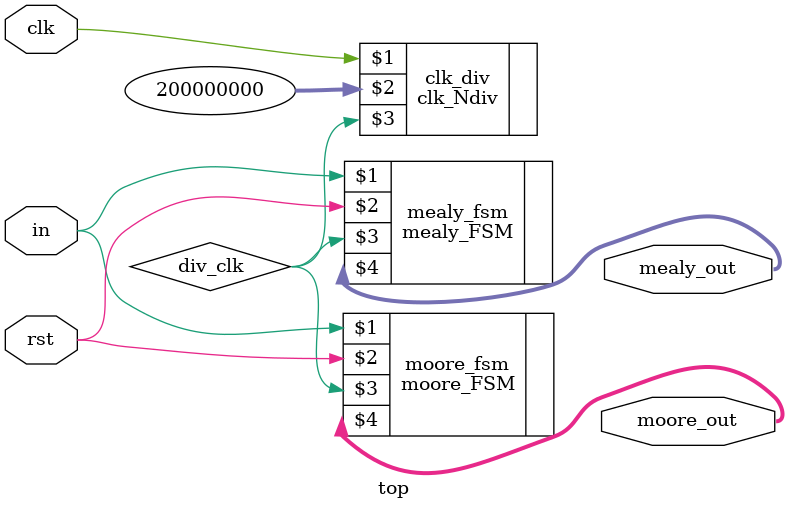
<source format=v>
`timescale 1ns / 1ps


module top(input clk, input rst, input in, output [2:0] moore_out, output [2:0] mealy_out);
    wire div_clk;
    parameter N = 32'd200000000;
    clk_Ndiv clk_div(clk, N,div_clk); 
    moore_FSM moore_fsm(in, rst, div_clk, moore_out);
    mealy_FSM mealy_fsm(in, rst, div_clk, mealy_out);
endmodule

</source>
